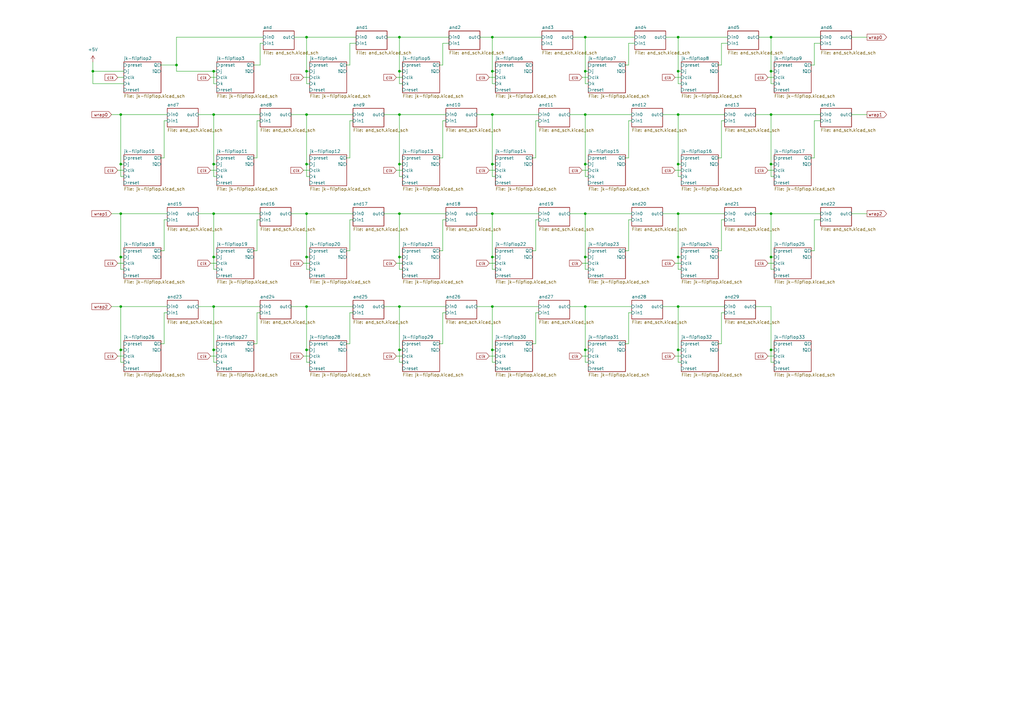
<source format=kicad_sch>
(kicad_sch (version 20231120) (generator "eeschema") (generator_version "8.0")
  (paper "A3")
  (lib_symbols
    (symbol "power:+5V" (power) (pin_names (offset 0))
      (property "Value" "+5V" (at 0 3.556 0))
      (symbol "+5V_0_1"
        (polyline (pts (xy -0.762 1.27) (xy 0 2.54)))
        (polyline (pts (xy 0 0) (xy 0 2.54)))
        (polyline (pts (xy 0 2.54) (xy 0.762 1.27)))
      )
      (symbol "+5V_1_1"
        (pin power_in line (at 0 0 90) (length 0) hide (name "+5V") (number "1"))
      )
    )
  )
  (junction (at 49.53 67.31))
  (junction (at 125.73 105.41))
  (junction (at 163.83 125.73))
  (junction (at 316.23 105.41))
  (junction (at 240.03 105.41))
  (junction (at 163.83 29.21))
  (junction (at 316.23 15.24))
  (junction (at 201.93 105.41))
  (junction (at 278.13 125.73))
  (junction (at 49.53 87.63))
  (junction (at 125.73 15.24))
  (junction (at 240.03 29.21))
  (junction (at 49.53 125.73))
  (junction (at 87.63 46.99))
  (junction (at 38.1 29.21))
  (junction (at 240.03 125.73))
  (junction (at 278.13 87.63))
  (junction (at 316.23 46.99))
  (junction (at 278.13 143.51))
  (junction (at 240.03 87.63))
  (junction (at 278.13 105.41))
  (junction (at 278.13 29.21))
  (junction (at 316.23 87.63))
  (junction (at 201.93 15.24))
  (junction (at 201.93 29.21))
  (junction (at 316.23 67.31))
  (junction (at 125.73 67.31))
  (junction (at 201.93 67.31))
  (junction (at 87.63 67.31))
  (junction (at 240.03 15.24))
  (junction (at 125.73 143.51))
  (junction (at 87.63 29.21))
  (junction (at 163.83 143.51))
  (junction (at 240.03 46.99))
  (junction (at 72.39 26.67))
  (junction (at 201.93 87.63))
  (junction (at 87.63 105.41))
  (junction (at 125.73 46.99))
  (junction (at 125.73 87.63))
  (junction (at 125.73 29.21))
  (junction (at 163.83 46.99))
  (junction (at 87.63 125.73))
  (junction (at 201.93 125.73))
  (junction (at 163.83 67.31))
  (junction (at 49.53 46.99))
  (junction (at 49.53 143.51))
  (junction (at 240.03 143.51))
  (junction (at 278.13 46.99))
  (junction (at 278.13 15.24))
  (junction (at 201.93 143.51))
  (junction (at 316.23 143.51))
  (junction (at 87.63 143.51))
  (junction (at 316.23 29.21))
  (junction (at 49.53 105.41))
  (junction (at 125.73 125.73))
  (junction (at 163.83 15.24))
  (junction (at 163.83 105.41))
  (junction (at 278.13 67.31))
  (junction (at 240.03 67.31))
  (junction (at 87.63 87.63))
  (junction (at 163.83 87.63))
  (junction (at 201.93 46.99))
  (wire (pts (xy 106.68 17.78) (xy 107.95 17.78)))
  (wire (pts (xy 105.41 90.17) (xy 105.41 102.87)))
  (wire (pts (xy 157.48 87.63) (xy 163.83 87.63)))
  (wire (pts (xy 182.88 90.17) (xy 181.61 90.17)))
  (wire (pts (xy 219.71 102.87) (xy 218.44 102.87)))
  (wire (pts (xy 294.64 64.77) (xy 295.91 64.77)))
  (wire (pts (xy 309.88 46.99) (xy 316.23 46.99)))
  (wire (pts (xy 180.34 64.77) (xy 181.61 64.77)))
  (wire (pts (xy 87.63 67.31) (xy 88.9 67.31)))
  (wire (pts (xy 240.03 143.51) (xy 241.3 143.51)))
  (wire (pts (xy 48.26 146.05) (xy 50.8 146.05)))
  (wire (pts (xy 87.63 46.99) (xy 106.68 46.99)))
  (wire (pts (xy 81.28 87.63) (xy 87.63 87.63)))
  (wire (pts (xy 334.01 64.77) (xy 334.01 49.53)))
  (wire (pts (xy 143.51 128.27) (xy 143.51 140.97)))
  (wire (pts (xy 297.18 90.17) (xy 295.91 90.17)))
  (wire (pts (xy 349.25 46.99) (xy 355.6 46.99)))
  (wire (pts (xy 105.41 49.53) (xy 106.68 49.53)))
  (wire (pts (xy 314.96 69.85) (xy 317.5 69.85)))
  (wire (pts (xy 125.73 105.41) (xy 125.73 87.63)))
  (wire (pts (xy 105.41 64.77) (xy 105.41 49.53)))
  (wire (pts (xy 165.1 34.29) (xy 163.83 34.29)))
  (wire (pts (xy 201.93 105.41) (xy 203.2 105.41)))
  (wire (pts (xy 119.38 46.99) (xy 125.73 46.99)))
  (wire (pts (xy 336.55 17.78) (xy 334.01 17.78)))
  (wire (pts (xy 163.83 110.49) (xy 163.83 105.41)))
  (wire (pts (xy 87.63 72.39) (xy 87.63 67.31)))
  (wire (pts (xy 163.83 29.21) (xy 165.1 29.21)))
  (wire (pts (xy 201.93 29.21) (xy 203.2 29.21)))
  (wire (pts (xy 125.73 110.49) (xy 125.73 105.41)))
  (wire (pts (xy 49.53 87.63) (xy 68.58 87.63)))
  (wire (pts (xy 181.61 17.78) (xy 184.15 17.78)))
  (wire (pts (xy 257.81 64.77) (xy 257.81 49.53)))
  (wire (pts (xy 201.93 143.51) (xy 203.2 143.51)))
  (wire (pts (xy 195.58 46.99) (xy 201.93 46.99)))
  (wire (pts (xy 314.96 31.75) (xy 317.5 31.75)))
  (wire (pts (xy 87.63 125.73) (xy 106.68 125.73)))
  (wire (pts (xy 181.61 128.27) (xy 181.61 140.97)))
  (wire (pts (xy 219.71 128.27) (xy 219.71 140.97)))
  (wire (pts (xy 233.68 125.73) (xy 240.03 125.73)))
  (wire (pts (xy 240.03 15.24) (xy 260.35 15.24)))
  (wire (pts (xy 279.4 34.29) (xy 278.13 34.29)))
  (wire (pts (xy 257.81 49.53) (xy 259.08 49.53)))
  (wire (pts (xy 163.83 34.29) (xy 163.83 29.21)))
  (wire (pts (xy 104.14 64.77) (xy 105.41 64.77)))
  (wire (pts (xy 240.03 143.51) (xy 240.03 125.73)))
  (wire (pts (xy 86.36 31.75) (xy 88.9 31.75)))
  (wire (pts (xy 87.63 87.63) (xy 106.68 87.63)))
  (wire (pts (xy 336.55 90.17) (xy 334.01 90.17)))
  (wire (pts (xy 314.96 146.05) (xy 317.5 146.05)))
  (wire (pts (xy 240.03 110.49) (xy 240.03 105.41)))
  (wire (pts (xy 203.2 148.59) (xy 201.93 148.59)))
  (wire (pts (xy 295.91 17.78) (xy 295.91 26.67)))
  (wire (pts (xy 295.91 26.67) (xy 294.64 26.67)))
  (wire (pts (xy 49.53 148.59) (xy 49.53 143.51)))
  (wire (pts (xy 295.91 49.53) (xy 297.18 49.53)))
  (wire (pts (xy 220.98 90.17) (xy 219.71 90.17)))
  (wire (pts (xy 276.86 146.05) (xy 279.4 146.05)))
  (wire (pts (xy 278.13 67.31) (xy 278.13 46.99)))
  (wire (pts (xy 240.03 72.39) (xy 241.3 72.39)))
  (wire (pts (xy 316.23 34.29) (xy 316.23 29.21)))
  (wire (pts (xy 256.54 26.67) (xy 257.81 26.67)))
  (wire (pts (xy 163.83 15.24) (xy 163.83 29.21)))
  (wire (pts (xy 240.03 125.73) (xy 259.08 125.73)))
  (wire (pts (xy 49.53 105.41) (xy 49.53 87.63)))
  (wire (pts (xy 317.5 148.59) (xy 316.23 148.59)))
  (wire (pts (xy 106.68 26.67) (xy 106.68 17.78)))
  (wire (pts (xy 163.83 125.73) (xy 163.83 143.51)))
  (wire (pts (xy 334.01 26.67) (xy 332.74 26.67)))
  (wire (pts (xy 279.4 148.59) (xy 278.13 148.59)))
  (wire (pts (xy 86.36 146.05) (xy 88.9 146.05)))
  (wire (pts (xy 125.73 29.21) (xy 125.73 15.24)))
  (wire (pts (xy 278.13 46.99) (xy 297.18 46.99)))
  (wire (pts (xy 87.63 29.21) (xy 88.9 29.21)))
  (wire (pts (xy 143.51 102.87) (xy 143.51 90.17)))
  (wire (pts (xy 316.23 15.24) (xy 316.23 29.21)))
  (wire (pts (xy 162.56 146.05) (xy 165.1 146.05)))
  (wire (pts (xy 127 110.49) (xy 125.73 110.49)))
  (wire (pts (xy 278.13 105.41) (xy 279.4 105.41)))
  (wire (pts (xy 273.05 15.24) (xy 278.13 15.24)))
  (wire (pts (xy 125.73 143.51) (xy 127 143.51)))
  (wire (pts (xy 200.66 107.95) (xy 203.2 107.95)))
  (wire (pts (xy 195.58 125.73) (xy 201.93 125.73)))
  (wire (pts (xy 72.39 29.21) (xy 72.39 26.67)))
  (wire (pts (xy 124.46 146.05) (xy 127 146.05)))
  (wire (pts (xy 295.91 90.17) (xy 295.91 102.87)))
  (wire (pts (xy 66.04 64.77) (xy 67.31 64.77)))
  (wire (pts (xy 163.83 15.24) (xy 184.15 15.24)))
  (wire (pts (xy 50.8 110.49) (xy 49.53 110.49)))
  (wire (pts (xy 219.71 140.97) (xy 218.44 140.97)))
  (wire (pts (xy 125.73 87.63) (xy 144.78 87.63)))
  (wire (pts (xy 67.31 128.27) (xy 67.31 140.97)))
  (wire (pts (xy 278.13 15.24) (xy 298.45 15.24)))
  (wire (pts (xy 195.58 87.63) (xy 201.93 87.63)))
  (wire (pts (xy 157.48 46.99) (xy 163.83 46.99)))
  (wire (pts (xy 165.1 72.39) (xy 163.83 72.39)))
  (wire (pts (xy 181.61 49.53) (xy 182.88 49.53)))
  (wire (pts (xy 295.91 102.87) (xy 294.64 102.87)))
  (wire (pts (xy 86.36 69.85) (xy 88.9 69.85)))
  (wire (pts (xy 278.13 34.29) (xy 278.13 29.21)))
  (wire (pts (xy 49.53 125.73) (xy 49.53 143.51)))
  (wire (pts (xy 297.18 128.27) (xy 295.91 128.27)))
  (wire (pts (xy 203.2 72.39) (xy 201.93 72.39)))
  (wire (pts (xy 81.28 125.73) (xy 87.63 125.73)))
  (wire (pts (xy 163.83 87.63) (xy 163.83 105.41)))
  (wire (pts (xy 125.73 125.73) (xy 125.73 143.51)))
  (wire (pts (xy 279.4 110.49) (xy 278.13 110.49)))
  (wire (pts (xy 271.78 87.63) (xy 278.13 87.63)))
  (wire (pts (xy 276.86 31.75) (xy 279.4 31.75)))
  (wire (pts (xy 240.03 148.59) (xy 240.03 143.51)))
  (wire (pts (xy 271.78 46.99) (xy 278.13 46.99)))
  (wire (pts (xy 278.13 143.51) (xy 279.4 143.51)))
  (wire (pts (xy 50.8 148.59) (xy 49.53 148.59)))
  (wire (pts (xy 162.56 31.75) (xy 165.1 31.75)))
  (wire (pts (xy 105.41 128.27) (xy 106.68 128.27)))
  (wire (pts (xy 157.48 125.73) (xy 163.83 125.73)))
  (wire (pts (xy 143.51 26.67) (xy 143.51 17.78)))
  (wire (pts (xy 165.1 110.49) (xy 163.83 110.49)))
  (wire (pts (xy 66.04 26.67) (xy 72.39 26.67)))
  (wire (pts (xy 48.26 69.85) (xy 50.8 69.85)))
  (wire (pts (xy 144.78 128.27) (xy 143.51 128.27)))
  (wire (pts (xy 316.23 148.59) (xy 316.23 143.51)))
  (wire (pts (xy 279.4 72.39) (xy 278.13 72.39)))
  (wire (pts (xy 201.93 105.41) (xy 201.93 87.63)))
  (wire (pts (xy 257.81 140.97) (xy 256.54 140.97)))
  (wire (pts (xy 278.13 29.21) (xy 279.4 29.21)))
  (wire (pts (xy 241.3 67.31) (xy 240.03 67.31)))
  (wire (pts (xy 259.08 90.17) (xy 257.81 90.17)))
  (wire (pts (xy 349.25 87.63) (xy 355.6 87.63)))
  (wire (pts (xy 163.83 67.31) (xy 165.1 67.31)))
  (wire (pts (xy 334.01 17.78) (xy 334.01 26.67)))
  (wire (pts (xy 67.31 90.17) (xy 67.31 102.87)))
  (wire (pts (xy 38.1 34.29) (xy 38.1 29.21)))
  (wire (pts (xy 158.75 15.24) (xy 163.83 15.24)))
  (wire (pts (xy 125.73 15.24) (xy 120.65 15.24)))
  (wire (pts (xy 257.81 128.27) (xy 257.81 140.97)))
  (wire (pts (xy 316.23 87.63) (xy 336.55 87.63)))
  (wire (pts (xy 240.03 46.99) (xy 240.03 67.31)))
  (wire (pts (xy 316.23 72.39) (xy 316.23 67.31)))
  (wire (pts (xy 49.53 125.73) (xy 68.58 125.73)))
  (wire (pts (xy 314.96 107.95) (xy 317.5 107.95)))
  (wire (pts (xy 163.83 143.51) (xy 163.83 148.59)))
  (wire (pts (xy 200.66 146.05) (xy 203.2 146.05)))
  (wire (pts (xy 49.53 67.31) (xy 50.8 67.31)))
  (wire (pts (xy 278.13 110.49) (xy 278.13 105.41)))
  (wire (pts (xy 87.63 110.49) (xy 87.63 105.41)))
  (wire (pts (xy 125.73 15.24) (xy 146.05 15.24)))
  (wire (pts (xy 45.72 125.73) (xy 49.53 125.73)))
  (wire (pts (xy 162.56 69.85) (xy 165.1 69.85)))
  (wire (pts (xy 72.39 26.67) (xy 72.39 15.24)))
  (wire (pts (xy 309.88 87.63) (xy 316.23 87.63)))
  (wire (pts (xy 87.63 143.51) (xy 88.9 143.51)))
  (wire (pts (xy 201.93 15.24) (xy 222.25 15.24)))
  (wire (pts (xy 127 34.29) (xy 125.73 34.29)))
  (wire (pts (xy 38.1 29.21) (xy 50.8 29.21)))
  (wire (pts (xy 142.24 64.77) (xy 143.51 64.77)))
  (wire (pts (xy 240.03 87.63) (xy 259.08 87.63)))
  (wire (pts (xy 48.26 31.75) (xy 50.8 31.75)))
  (wire (pts (xy 241.3 110.49) (xy 240.03 110.49)))
  (wire (pts (xy 67.31 102.87) (xy 66.04 102.87)))
  (wire (pts (xy 125.73 125.73) (xy 144.78 125.73)))
  (wire (pts (xy 298.45 17.78) (xy 295.91 17.78)))
  (wire (pts (xy 196.85 15.24) (xy 201.93 15.24)))
  (wire (pts (xy 106.68 90.17) (xy 105.41 90.17)))
  (wire (pts (xy 163.83 143.51) (xy 165.1 143.51)))
  (wire (pts (xy 276.86 69.85) (xy 279.4 69.85)))
  (wire (pts (xy 240.03 34.29) (xy 240.03 29.21)))
  (wire (pts (xy 201.93 148.59) (xy 201.93 143.51)))
  (wire (pts (xy 87.63 125.73) (xy 87.63 143.51)))
  (wire (pts (xy 201.93 125.73) (xy 220.98 125.73)))
  (wire (pts (xy 201.93 125.73) (xy 201.93 143.51)))
  (wire (pts (xy 165.1 148.59) (xy 163.83 148.59)))
  (wire (pts (xy 143.51 140.97) (xy 142.24 140.97)))
  (wire (pts (xy 142.24 102.87) (xy 143.51 102.87)))
  (wire (pts (xy 278.13 148.59) (xy 278.13 143.51)))
  (wire (pts (xy 45.72 46.99) (xy 49.53 46.99)))
  (wire (pts (xy 125.73 72.39) (xy 125.73 67.31)))
  (wire (pts (xy 278.13 87.63) (xy 297.18 87.63)))
  (wire (pts (xy 143.51 64.77) (xy 143.51 49.53)))
  (wire (pts (xy 49.53 46.99) (xy 68.58 46.99)))
  (wire (pts (xy 81.28 46.99) (xy 87.63 46.99)))
  (wire (pts (xy 240.03 87.63) (xy 240.03 105.41)))
  (wire (pts (xy 316.23 143.51) (xy 317.5 143.51)))
  (wire (pts (xy 317.5 110.49) (xy 316.23 110.49)))
  (wire (pts (xy 125.73 148.59) (xy 125.73 143.51)))
  (wire (pts (xy 104.14 140.97) (xy 105.41 140.97)))
  (wire (pts (xy 219.71 49.53) (xy 220.98 49.53)))
  (wire (pts (xy 143.51 90.17) (xy 144.78 90.17)))
  (wire (pts (xy 201.93 67.31) (xy 203.2 67.31)))
  (wire (pts (xy 278.13 72.39) (xy 278.13 67.31)))
  (wire (pts (xy 127 148.59) (xy 125.73 148.59)))
  (wire (pts (xy 295.91 128.27) (xy 295.91 140.97)))
  (wire (pts (xy 163.83 72.39) (xy 163.83 67.31)))
  (wire (pts (xy 163.83 46.99) (xy 182.88 46.99)))
  (wire (pts (xy 87.63 87.63) (xy 87.63 105.41)))
  (wire (pts (xy 38.1 29.21) (xy 38.1 25.4)))
  (wire (pts (xy 238.76 31.75) (xy 241.3 31.75)))
  (wire (pts (xy 316.23 29.21) (xy 317.5 29.21)))
  (wire (pts (xy 124.46 31.75) (xy 127 31.75)))
  (wire (pts (xy 334.01 102.87) (xy 332.74 102.87)))
  (wire (pts (xy 349.25 15.24) (xy 355.6 15.24)))
  (wire (pts (xy 240.03 67.31) (xy 240.03 72.39)))
  (wire (pts (xy 219.71 64.77) (xy 219.71 49.53)))
  (wire (pts (xy 234.95 15.24) (xy 240.03 15.24)))
  (wire (pts (xy 127 72.39) (xy 125.73 72.39)))
  (wire (pts (xy 316.23 105.41) (xy 316.23 87.63)))
  (wire (pts (xy 240.03 15.24) (xy 240.03 29.21)))
  (wire (pts (xy 87.63 46.99) (xy 87.63 67.31)))
  (wire (pts (xy 311.15 15.24) (xy 316.23 15.24)))
  (wire (pts (xy 278.13 105.41) (xy 278.13 87.63)))
  (wire (pts (xy 200.66 31.75) (xy 203.2 31.75)))
  (wire (pts (xy 163.83 125.73) (xy 182.88 125.73)))
  (wire (pts (xy 49.53 67.31) (xy 49.53 46.99)))
  (wire (pts (xy 67.31 128.27) (xy 68.58 128.27)))
  (wire (pts (xy 203.2 34.29) (xy 201.93 34.29)))
  (wire (pts (xy 124.46 69.85) (xy 127 69.85)))
  (wire (pts (xy 233.68 46.99) (xy 240.03 46.99)))
  (wire (pts (xy 316.23 15.24) (xy 336.55 15.24)))
  (wire (pts (xy 125.73 34.29) (xy 125.73 29.21)))
  (wire (pts (xy 88.9 110.49) (xy 87.63 110.49)))
  (wire (pts (xy 72.39 15.24) (xy 107.95 15.24)))
  (wire (pts (xy 163.83 105.41) (xy 165.1 105.41)))
  (wire (pts (xy 49.53 72.39) (xy 49.53 67.31)))
  (wire (pts (xy 182.88 128.27) (xy 181.61 128.27)))
  (wire (pts (xy 87.63 29.21) (xy 72.39 29.21)))
  (wire (pts (xy 276.86 107.95) (xy 279.4 107.95)))
  (wire (pts (xy 219.71 90.17) (xy 219.71 102.87)))
  (wire (pts (xy 49.53 105.41) (xy 50.8 105.41)))
  (wire (pts (xy 124.46 107.95) (xy 127 107.95)))
  (wire (pts (xy 316.23 67.31) (xy 316.23 46.99)))
  (wire (pts (xy 67.31 64.77) (xy 67.31 49.53)))
  (wire (pts (xy 105.41 140.97) (xy 105.41 128.27)))
  (wire (pts (xy 66.04 140.97) (xy 67.31 140.97)))
  (wire (pts (xy 87.63 34.29) (xy 87.63 29.21)))
  (wire (pts (xy 104.14 26.67) (xy 106.68 26.67)))
  (wire (pts (xy 238.76 69.85) (xy 241.3 69.85)))
  (wire (pts (xy 201.93 110.49) (xy 201.93 105.41)))
  (wire (pts (xy 88.9 34.29) (xy 87.63 34.29)))
  (wire (pts (xy 125.73 105.41) (xy 127 105.41)))
  (wire (pts (xy 332.74 64.77) (xy 334.01 64.77)))
  (wire (pts (xy 201.93 67.31) (xy 201.93 46.99)))
  (wire (pts (xy 119.38 125.73) (xy 125.73 125.73)))
  (wire (pts (xy 201.93 72.39) (xy 201.93 67.31)))
  (wire (pts (xy 316.23 110.49) (xy 316.23 105.41)))
  (wire (pts (xy 334.01 90.17) (xy 334.01 102.87)))
  (wire (pts (xy 87.63 148.59) (xy 87.63 143.51)))
  (wire (pts (xy 88.9 72.39) (xy 87.63 72.39)))
  (wire (pts (xy 317.5 34.29) (xy 316.23 34.29)))
  (wire (pts (xy 48.26 107.95) (xy 50.8 107.95)))
  (wire (pts (xy 233.68 87.63) (xy 240.03 87.63)))
  (wire (pts (xy 88.9 148.59) (xy 87.63 148.59)))
  (wire (pts (xy 200.66 69.85) (xy 203.2 69.85)))
  (wire (pts (xy 180.34 26.67) (xy 181.61 26.67)))
  (wire (pts (xy 201.93 87.63) (xy 220.98 87.63)))
  (wire (pts (xy 181.61 64.77) (xy 181.61 49.53)))
  (wire (pts (xy 316.23 67.31) (xy 317.5 67.31)))
  (wire (pts (xy 142.24 26.67) (xy 143.51 26.67)))
  (wire (pts (xy 241.3 34.29) (xy 240.03 34.29)))
  (wire (pts (xy 295.91 64.77) (xy 295.91 49.53)))
  (wire (pts (xy 162.56 107.95) (xy 165.1 107.95)))
  (wire (pts (xy 271.78 125.73) (xy 278.13 125.73)))
  (wire (pts (xy 317.5 72.39) (xy 316.23 72.39)))
  (wire (pts (xy 257.81 90.17) (xy 257.81 102.87)))
  (wire (pts (xy 67.31 49.53) (xy 68.58 49.53)))
  (wire (pts (xy 181.61 140.97) (xy 180.34 140.97)))
  (wire (pts (xy 125.73 29.21) (xy 127 29.21)))
  (wire (pts (xy 201.93 34.29) (xy 201.93 29.21)))
  (wire (pts (xy 316.23 125.73) (xy 309.88 125.73)))
  (wire (pts (xy 257.81 17.78) (xy 260.35 17.78)))
  (wire (pts (xy 67.31 90.17) (xy 68.58 90.17)))
  (wire (pts (xy 105.41 102.87) (xy 104.14 102.87)))
  (wire (pts (xy 181.61 90.17) (xy 181.61 102.87)))
  (wire (pts (xy 163.83 87.63) (xy 182.88 87.63)))
  (wire (pts (xy 334.01 49.53) (xy 336.55 49.53)))
  (wire (pts (xy 257.81 26.67) (xy 257.81 17.78)))
  (wire (pts (xy 143.51 49.53) (xy 144.78 49.53)))
  (wire (pts (xy 316.23 46.99) (xy 336.55 46.99)))
  (wire (pts (xy 241.3 148.59) (xy 240.03 148.59)))
  (wire (pts (xy 125.73 46.99) (xy 144.78 46.99)))
  (wire (pts (xy 240.03 105.41) (xy 241.3 105.41)))
  (wire (pts (xy 240.03 29.21) (xy 241.3 29.21)))
  (wire (pts (xy 203.2 110.49) (xy 201.93 110.49)))
  (wire (pts (xy 278.13 29.21) (xy 278.13 15.24)))
  (wire (pts (xy 119.38 87.63) (xy 125.73 87.63)))
  (wire (pts (xy 278.13 67.31) (xy 279.4 67.31)))
  (wire (pts (xy 125.73 67.31) (xy 127 67.31)))
  (wire (pts (xy 259.08 128.27) (xy 257.81 128.27)))
  (wire (pts (xy 87.63 105.41) (xy 88.9 105.41)))
  (wire (pts (xy 256.54 64.77) (xy 257.81 64.77)))
  (wire (pts (xy 220.98 128.27) (xy 219.71 128.27)))
  (wire (pts (xy 125.73 46.99) (xy 125.73 67.31)))
  (wire (pts (xy 181.61 26.67) (xy 181.61 17.78)))
  (wire (pts (xy 295.91 140.97) (xy 294.64 140.97)))
  (wire (pts (xy 240.03 46.99) (xy 259.08 46.99)))
  (wire (pts (xy 238.76 146.05) (xy 241.3 146.05)))
  (wire (pts (xy 316.23 105.41) (xy 317.5 105.41)))
  (wire (pts (xy 143.51 17.78) (xy 146.05 17.78)))
  (wire (pts (xy 278.13 125.73) (xy 297.18 125.73)))
  (wire (pts (xy 49.53 143.51) (xy 50.8 143.51)))
  (wire (pts (xy 238.76 107.95) (xy 241.3 107.95)))
  (wire (pts (xy 181.61 102.87) (xy 180.34 102.87)))
  (wire (pts (xy 86.36 107.95) (xy 88.9 107.95)))
  (wire (pts (xy 316.23 143.51) (xy 316.23 125.73)))
  (wire (pts (xy 45.72 87.63) (xy 49.53 87.63)))
  (wire (pts (xy 201.93 46.99) (xy 220.98 46.99)))
  (wire (pts (xy 278.13 143.51) (xy 278.13 125.73)))
  (wire (pts (xy 218.44 64.77) (xy 219.71 64.77)))
  (wire (pts (xy 257.81 102.87) (xy 256.54 102.87)))
  (wire (pts (xy 163.83 46.99) (xy 163.83 67.31)))
  (wire (pts (xy 50.8 34.29) (xy 38.1 34.29)))
  (wire (pts (xy 50.8 72.39) (xy 49.53 72.39)))
  (wire (pts (xy 49.53 110.49) (xy 49.53 105.41)))
  (wire (pts (xy 201.93 15.24) (xy 201.93 29.21)))
  (global_label "clk" (shape input) (at 124.46 146.05 180) (property "Intersheetrefs" "${INTERSHEET_REFS}" (effects (hide yes))))
  (global_label "clk" (shape input) (at 86.36 31.75 180) (property "Intersheetrefs" "${INTERSHEET_REFS}" (effects (hide yes))))
  (global_label "clk" (shape input) (at 200.66 31.75 180) (property "Intersheetrefs" "${INTERSHEET_REFS}" (effects (hide yes))))
  (global_label "clk" (shape input) (at 124.46 107.95 180) (property "Intersheetrefs" "${INTERSHEET_REFS}" (effects (hide yes))))
  (global_label "clk" (shape input) (at 314.96 107.95 180) (property "Intersheetrefs" "${INTERSHEET_REFS}" (effects (hide yes))))
  (global_label "clk" (shape input) (at 238.76 146.05 180) (property "Intersheetrefs" "${INTERSHEET_REFS}" (effects (hide yes))))
  (global_label "clk" (shape input) (at 200.66 107.95 180) (property "Intersheetrefs" "${INTERSHEET_REFS}" (effects (hide yes))))
  (global_label "clk" (shape input) (at 276.86 31.75 180) (property "Intersheetrefs" "${INTERSHEET_REFS}" (effects (hide yes))))
  (global_label "clk" (shape input) (at 48.26 69.85 180) (property "Intersheetrefs" "${INTERSHEET_REFS}" (effects (hide yes))))
  (global_label "clk" (shape input) (at 124.46 69.85 180) (property "Intersheetrefs" "${INTERSHEET_REFS}" (effects (hide yes))))
  (global_label "clk" (shape input) (at 314.96 31.75 180) (property "Intersheetrefs" "${INTERSHEET_REFS}" (effects (hide yes))))
  (global_label "clk" (shape input) (at 86.36 69.85 180) (property "Intersheetrefs" "${INTERSHEET_REFS}" (effects (hide yes))))
  (global_label "clk" (shape input) (at 238.76 107.95 180) (property "Intersheetrefs" "${INTERSHEET_REFS}" (effects (hide yes))))
  (global_label "clk" (shape input) (at 48.26 31.75 180) (property "Intersheetrefs" "${INTERSHEET_REFS}" (effects (hide yes))))
  (global_label "clk" (shape input) (at 238.76 69.85 180) (property "Intersheetrefs" "${INTERSHEET_REFS}" (effects (hide yes))))
  (global_label "wrap1" (shape output) (at 355.6 46.99 0) (property "Intersheetrefs" "${INTERSHEET_REFS}" (effects (hide yes))))
  (global_label "wrap2" (shape input) (at 45.72 125.73 180) (property "Intersheetrefs" "${INTERSHEET_REFS}" (effects (hide yes))))
  (global_label "clk" (shape input) (at 162.56 146.05 180) (property "Intersheetrefs" "${INTERSHEET_REFS}" (effects (hide yes))))
  (global_label "clk" (shape input) (at 162.56 107.95 180) (property "Intersheetrefs" "${INTERSHEET_REFS}" (effects (hide yes))))
  (global_label "clk" (shape input) (at 86.36 107.95 180) (property "Intersheetrefs" "${INTERSHEET_REFS}" (effects (hide yes))))
  (global_label "clk" (shape input) (at 48.26 107.95 180) (property "Intersheetrefs" "${INTERSHEET_REFS}" (effects (hide yes))))
  (global_label "clk" (shape input) (at 48.26 146.05 180) (property "Intersheetrefs" "${INTERSHEET_REFS}" (effects (hide yes))))
  (global_label "wrap0" (shape input) (at 45.72 46.99 180) (property "Intersheetrefs" "${INTERSHEET_REFS}" (effects (hide yes))))
  (global_label "clk" (shape input) (at 124.46 31.75 180) (property "Intersheetrefs" "${INTERSHEET_REFS}" (effects (hide yes))))
  (global_label "clk" (shape input) (at 162.56 31.75 180) (property "Intersheetrefs" "${INTERSHEET_REFS}" (effects (hide yes))))
  (global_label "clk" (shape input) (at 314.96 146.05 180) (property "Intersheetrefs" "${INTERSHEET_REFS}" (effects (hide yes))))
  (global_label "clk" (shape input) (at 276.86 107.95 180) (property "Intersheetrefs" "${INTERSHEET_REFS}" (effects (hide yes))))
  (global_label "clk" (shape input) (at 86.36 146.05 180) (property "Intersheetrefs" "${INTERSHEET_REFS}" (effects (hide yes))))
  (global_label "wrap0" (shape output) (at 355.6 15.24 0) (property "Intersheetrefs" "${INTERSHEET_REFS}" (effects (hide yes))))
  (global_label "clk" (shape input) (at 238.76 31.75 180) (property "Intersheetrefs" "${INTERSHEET_REFS}" (effects (hide yes))))
  (global_label "wrap2" (shape output) (at 355.6 87.63 0) (property "Intersheetrefs" "${INTERSHEET_REFS}" (effects (hide yes))))
  (global_label "clk" (shape input) (at 162.56 69.85 180) (property "Intersheetrefs" "${INTERSHEET_REFS}" (effects (hide yes))))
  (global_label "clk" (shape input) (at 276.86 146.05 180) (property "Intersheetrefs" "${INTERSHEET_REFS}" (effects (hide yes))))
  (global_label "clk" (shape input) (at 200.66 146.05 180) (property "Intersheetrefs" "${INTERSHEET_REFS}" (effects (hide yes))))
  (global_label "clk" (shape input) (at 200.66 69.85 180) (property "Intersheetrefs" "${INTERSHEET_REFS}" (effects (hide yes))))
  (global_label "clk" (shape input) (at 314.96 69.85 180) (property "Intersheetrefs" "${INTERSHEET_REFS}" (effects (hide yes))))
  (global_label "clk" (shape input) (at 276.86 69.85 180) (property "Intersheetrefs" "${INTERSHEET_REFS}" (effects (hide yes))))
  (global_label "wrap1" (shape input) (at 45.72 87.63 180) (property "Intersheetrefs" "${INTERSHEET_REFS}" (effects (hide yes))))
  (symbol (lib_id "power:+5V") (at 38.1 25.4 0) (unit 1)
    (property "Reference" "#PWR01" (effects (hide yes)))
    (property "Value" "+5V" (at 38.1 20.32 0))
    (property "Description" "Power symbol creates a global label with name \"+5V\"" (effects (hide yes)))
  )
  (sheet (at 317.5 25.4) (size 15.24 12.7) (stroke (width 0.1524))
    (property "Sheetname" "jk-flipflop9" (at 317.5 24.6884 0) (effects (justify left bottom)))
    (property "Sheetfile" "jk-flipflop.kicad_sch" (at 317.5 38.6846 0) (effects (justify left top)))
    (pin "!Q" output (at 332.74 29.21 0))
    (pin "Q" output (at 332.74 26.67 0))
    (pin "k" input (at 317.5 34.29 180))
    (pin "reset" input (at 317.5 36.83 180))
    (pin "clk" input (at 317.5 31.75 180))
    (pin "j" input (at 317.5 29.21 180))
    (pin "preset" input (at 317.5 26.67 180))
  )
  (sheet (at 50.8 101.6) (size 15.24 12.7) (stroke (width 0.1524))
    (property "Sheetname" "jk-flipflop18" (at 50.8 100.8884 0) (effects (justify left bottom)))
    (property "Sheetfile" "jk-flipflop.kicad_sch" (at 50.8 114.8846 0) (effects (justify left top)))
    (pin "!Q" output (at 66.04 105.41 0))
    (pin "Q" output (at 66.04 102.87 0))
    (pin "k" input (at 50.8 110.49 180))
    (pin "reset" input (at 50.8 113.03 180))
    (pin "clk" input (at 50.8 107.95 180))
    (pin "j" input (at 50.8 105.41 180))
    (pin "preset" input (at 50.8 102.87 180))
  )
  (sheet (at 184.15 12.7) (size 12.7 7.62) (stroke (width 0.1524))
    (property "Sheetname" "and2" (at 184.15 11.9884 0) (effects (justify left bottom)))
    (property "Sheetfile" "and_sch.kicad_sch" (at 184.15 20.9046 0) (effects (justify left top)))
    (pin "out" input (at 196.85 15.24 0))
    (pin "in0" input (at 184.15 15.24 180))
    (pin "in1" input (at 184.15 17.78 180))
  )
  (sheet (at 203.2 25.4) (size 15.24 12.7) (stroke (width 0.1524))
    (property "Sheetname" "jk-flipflop6" (at 203.2 24.6884 0) (effects (justify left bottom)))
    (property "Sheetfile" "jk-flipflop.kicad_sch" (at 203.2 38.6846 0) (effects (justify left top)))
    (pin "!Q" output (at 218.44 29.21 0))
    (pin "Q" output (at 218.44 26.67 0))
    (pin "k" input (at 203.2 34.29 180))
    (pin "reset" input (at 203.2 36.83 180))
    (pin "clk" input (at 203.2 31.75 180))
    (pin "j" input (at 203.2 29.21 180))
    (pin "preset" input (at 203.2 26.67 180))
  )
  (sheet (at 241.3 101.6) (size 15.24 12.7) (stroke (width 0.1524))
    (property "Sheetname" "jk-flipflop23" (at 241.3 100.8884 0) (effects (justify left bottom)))
    (property "Sheetfile" "jk-flipflop.kicad_sch" (at 241.3 114.8846 0) (effects (justify left top)))
    (pin "!Q" output (at 256.54 105.41 0))
    (pin "Q" output (at 256.54 102.87 0))
    (pin "k" input (at 241.3 110.49 180))
    (pin "reset" input (at 241.3 113.03 180))
    (pin "clk" input (at 241.3 107.95 180))
    (pin "j" input (at 241.3 105.41 180))
    (pin "preset" input (at 241.3 102.87 180))
  )
  (sheet (at 106.68 85.09) (size 12.7 7.62) (stroke (width 0.1524))
    (property "Sheetname" "and16" (at 106.68 84.3784 0) (effects (justify left bottom)))
    (property "Sheetfile" "and_sch.kicad_sch" (at 106.68 93.2946 0) (effects (justify left top)))
    (pin "out" input (at 119.38 87.63 0))
    (pin "in0" input (at 106.68 87.63 180))
    (pin "in1" input (at 106.68 90.17 180))
  )
  (sheet (at 279.4 25.4) (size 15.24 12.7) (stroke (width 0.1524))
    (property "Sheetname" "jk-flipflop8" (at 279.4 24.6884 0) (effects (justify left bottom)))
    (property "Sheetfile" "jk-flipflop.kicad_sch" (at 279.4 38.6846 0) (effects (justify left top)))
    (pin "!Q" output (at 294.64 29.21 0))
    (pin "Q" output (at 294.64 26.67 0))
    (pin "k" input (at 279.4 34.29 180))
    (pin "reset" input (at 279.4 36.83 180))
    (pin "clk" input (at 279.4 31.75 180))
    (pin "j" input (at 279.4 29.21 180))
    (pin "preset" input (at 279.4 26.67 180))
  )
  (sheet (at 297.18 85.09) (size 12.7 7.62) (stroke (width 0.1524))
    (property "Sheetname" "and21" (at 297.18 84.3784 0) (effects (justify left bottom)))
    (property "Sheetfile" "and_sch.kicad_sch" (at 297.18 93.2946 0) (effects (justify left top)))
    (pin "out" input (at 309.88 87.63 0))
    (pin "in0" input (at 297.18 87.63 180))
    (pin "in1" input (at 297.18 90.17 180))
  )
  (sheet (at 165.1 139.7) (size 15.24 12.7) (stroke (width 0.1524))
    (property "Sheetname" "jk-flipflop29" (at 165.1 138.9884 0) (effects (justify left bottom)))
    (property "Sheetfile" "jk-flipflop.kicad_sch" (at 165.1 152.9846 0) (effects (justify left top)))
    (pin "!Q" output (at 180.34 143.51 0))
    (pin "Q" output (at 180.34 140.97 0))
    (pin "k" input (at 165.1 148.59 180))
    (pin "reset" input (at 165.1 151.13 180))
    (pin "clk" input (at 165.1 146.05 180))
    (pin "j" input (at 165.1 143.51 180))
    (pin "preset" input (at 165.1 140.97 180))
  )
  (sheet (at 260.35 12.7) (size 12.7 7.62) (stroke (width 0.1524))
    (property "Sheetname" "and4" (at 260.35 11.9884 0) (effects (justify left bottom)))
    (property "Sheetfile" "and_sch.kicad_sch" (at 260.35 20.9046 0) (effects (justify left top)))
    (pin "out" input (at 273.05 15.24 0))
    (pin "in0" input (at 260.35 15.24 180))
    (pin "in1" input (at 260.35 17.78 180))
  )
  (sheet (at 88.9 139.7) (size 15.24 12.7) (stroke (width 0.1524))
    (property "Sheetname" "jk-flipflop27" (at 88.9 138.9884 0) (effects (justify left bottom)))
    (property "Sheetfile" "jk-flipflop.kicad_sch" (at 88.9 152.9846 0) (effects (justify left top)))
    (pin "!Q" output (at 104.14 143.51 0))
    (pin "Q" output (at 104.14 140.97 0))
    (pin "k" input (at 88.9 148.59 180))
    (pin "reset" input (at 88.9 151.13 180))
    (pin "clk" input (at 88.9 146.05 180))
    (pin "j" input (at 88.9 143.51 180))
    (pin "preset" input (at 88.9 140.97 180))
  )
  (sheet (at 317.5 63.5) (size 15.24 12.7) (stroke (width 0.1524))
    (property "Sheetname" "jk-flipflop17" (at 317.5 62.7884 0) (effects (justify left bottom)))
    (property "Sheetfile" "jk-flipflop.kicad_sch" (at 317.5 76.7846 0) (effects (justify left top)))
    (pin "!Q" output (at 332.74 67.31 0))
    (pin "Q" output (at 332.74 64.77 0))
    (pin "k" input (at 317.5 72.39 180))
    (pin "reset" input (at 317.5 74.93 180))
    (pin "clk" input (at 317.5 69.85 180))
    (pin "j" input (at 317.5 67.31 180))
    (pin "preset" input (at 317.5 64.77 180))
  )
  (sheet (at 144.78 44.45) (size 12.7 7.62) (stroke (width 0.1524))
    (property "Sheetname" "and9" (at 144.78 43.7384 0) (effects (justify left bottom)))
    (property "Sheetfile" "and_sch.kicad_sch" (at 144.78 52.6546 0) (effects (justify left top)))
    (pin "out" input (at 157.48 46.99 0))
    (pin "in0" input (at 144.78 46.99 180))
    (pin "in1" input (at 144.78 49.53 180))
  )
  (sheet (at 220.98 123.19) (size 12.7 7.62) (stroke (width 0.1524))
    (property "Sheetname" "and27" (at 220.98 122.4784 0) (effects (justify left bottom)))
    (property "Sheetfile" "and_sch.kicad_sch" (at 220.98 131.3946 0) (effects (justify left top)))
    (pin "out" input (at 233.68 125.73 0))
    (pin "in0" input (at 220.98 125.73 180))
    (pin "in1" input (at 220.98 128.27 180))
  )
  (sheet (at 259.08 85.09) (size 12.7 7.62) (stroke (width 0.1524))
    (property "Sheetname" "and20" (at 259.08 84.3784 0) (effects (justify left bottom)))
    (property "Sheetfile" "and_sch.kicad_sch" (at 259.08 93.2946 0) (effects (justify left top)))
    (pin "out" input (at 271.78 87.63 0))
    (pin "in0" input (at 259.08 87.63 180))
    (pin "in1" input (at 259.08 90.17 180))
  )
  (sheet (at 144.78 85.09) (size 12.7 7.62) (stroke (width 0.1524))
    (property "Sheetname" "and17" (at 144.78 84.3784 0) (effects (justify left bottom)))
    (property "Sheetfile" "and_sch.kicad_sch" (at 144.78 93.2946 0) (effects (justify left top)))
    (pin "out" input (at 157.48 87.63 0))
    (pin "in0" input (at 144.78 87.63 180))
    (pin "in1" input (at 144.78 90.17 180))
  )
  (sheet (at 203.2 139.7) (size 15.24 12.7) (stroke (width 0.1524))
    (property "Sheetname" "jk-flipflop30" (at 203.2 138.9884 0) (effects (justify left bottom)))
    (property "Sheetfile" "jk-flipflop.kicad_sch" (at 203.2 152.9846 0) (effects (justify left top)))
    (pin "!Q" output (at 218.44 143.51 0))
    (pin "Q" output (at 218.44 140.97 0))
    (pin "k" input (at 203.2 148.59 180))
    (pin "reset" input (at 203.2 151.13 180))
    (pin "clk" input (at 203.2 146.05 180))
    (pin "j" input (at 203.2 143.51 180))
    (pin "preset" input (at 203.2 140.97 180))
  )
  (sheet (at 127 63.5) (size 15.24 12.7) (stroke (width 0.1524))
    (property "Sheetname" "jk-flipflop12" (at 127 62.7884 0) (effects (justify left bottom)))
    (property "Sheetfile" "jk-flipflop.kicad_sch" (at 127 76.7846 0) (effects (justify left top)))
    (pin "!Q" output (at 142.24 67.31 0))
    (pin "Q" output (at 142.24 64.77 0))
    (pin "k" input (at 127 72.39 180))
    (pin "reset" input (at 127 74.93 180))
    (pin "clk" input (at 127 69.85 180))
    (pin "j" input (at 127 67.31 180))
    (pin "preset" input (at 127 64.77 180))
  )
  (sheet (at 317.5 139.7) (size 15.24 12.7) (stroke (width 0.1524))
    (property "Sheetname" "jk-flipflop33" (at 317.5 138.9884 0) (effects (justify left bottom)))
    (property "Sheetfile" "jk-flipflop.kicad_sch" (at 317.5 152.9846 0) (effects (justify left top)))
    (pin "!Q" output (at 332.74 143.51 0))
    (pin "Q" output (at 332.74 140.97 0))
    (pin "k" input (at 317.5 148.59 180))
    (pin "reset" input (at 317.5 151.13 180))
    (pin "clk" input (at 317.5 146.05 180))
    (pin "j" input (at 317.5 143.51 180))
    (pin "preset" input (at 317.5 140.97 180))
  )
  (sheet (at 336.55 12.7) (size 12.7 7.62) (stroke (width 0.1524))
    (property "Sheetname" "and6" (at 336.55 11.9884 0) (effects (justify left bottom)))
    (property "Sheetfile" "and_sch.kicad_sch" (at 336.55 20.9046 0) (effects (justify left top)))
    (pin "out" input (at 349.25 15.24 0))
    (pin "in0" input (at 336.55 15.24 180))
    (pin "in1" input (at 336.55 17.78 180))
  )
  (sheet (at 241.3 139.7) (size 15.24 12.7) (stroke (width 0.1524))
    (property "Sheetname" "jk-flipflop31" (at 241.3 138.9884 0) (effects (justify left bottom)))
    (property "Sheetfile" "jk-flipflop.kicad_sch" (at 241.3 152.9846 0) (effects (justify left top)))
    (pin "!Q" output (at 256.54 143.51 0))
    (pin "Q" output (at 256.54 140.97 0))
    (pin "k" input (at 241.3 148.59 180))
    (pin "reset" input (at 241.3 151.13 180))
    (pin "clk" input (at 241.3 146.05 180))
    (pin "j" input (at 241.3 143.51 180))
    (pin "preset" input (at 241.3 140.97 180))
  )
  (sheet (at 50.8 139.7) (size 15.24 12.7) (stroke (width 0.1524))
    (property "Sheetname" "jk-flipflop26" (at 50.8 138.9884 0) (effects (justify left bottom)))
    (property "Sheetfile" "jk-flipflop.kicad_sch" (at 50.8 152.9846 0) (effects (justify left top)))
    (pin "!Q" output (at 66.04 143.51 0))
    (pin "Q" output (at 66.04 140.97 0))
    (pin "k" input (at 50.8 148.59 180))
    (pin "reset" input (at 50.8 151.13 180))
    (pin "clk" input (at 50.8 146.05 180))
    (pin "j" input (at 50.8 143.51 180))
    (pin "preset" input (at 50.8 140.97 180))
  )
  (sheet (at 298.45 12.7) (size 12.7 7.62) (stroke (width 0.1524))
    (property "Sheetname" "and5" (at 298.45 11.9884 0) (effects (justify left bottom)))
    (property "Sheetfile" "and_sch.kicad_sch" (at 298.45 20.9046 0) (effects (justify left top)))
    (pin "out" input (at 311.15 15.24 0))
    (pin "in0" input (at 298.45 15.24 180))
    (pin "in1" input (at 298.45 17.78 180))
  )
  (sheet (at 317.5 101.6) (size 15.24 12.7) (stroke (width 0.1524))
    (property "Sheetname" "jk-flipflop25" (at 317.5 100.8884 0) (effects (justify left bottom)))
    (property "Sheetfile" "jk-flipflop.kicad_sch" (at 317.5 114.8846 0) (effects (justify left top)))
    (pin "!Q" output (at 332.74 105.41 0))
    (pin "Q" output (at 332.74 102.87 0))
    (pin "k" input (at 317.5 110.49 180))
    (pin "reset" input (at 317.5 113.03 180))
    (pin "clk" input (at 317.5 107.95 180))
    (pin "j" input (at 317.5 105.41 180))
    (pin "preset" input (at 317.5 102.87 180))
  )
  (sheet (at 182.88 85.09) (size 12.7 7.62) (stroke (width 0.1524))
    (property "Sheetname" "and18" (at 182.88 84.3784 0) (effects (justify left bottom)))
    (property "Sheetfile" "and_sch.kicad_sch" (at 182.88 93.2946 0) (effects (justify left top)))
    (pin "out" input (at 195.58 87.63 0))
    (pin "in0" input (at 182.88 87.63 180))
    (pin "in1" input (at 182.88 90.17 180))
  )
  (sheet (at 259.08 44.45) (size 12.7 7.62) (stroke (width 0.1524))
    (property "Sheetname" "and12" (at 259.08 43.7384 0) (effects (justify left bottom)))
    (property "Sheetfile" "and_sch.kicad_sch" (at 259.08 52.6546 0) (effects (justify left top)))
    (pin "out" input (at 271.78 46.99 0))
    (pin "in0" input (at 259.08 46.99 180))
    (pin "in1" input (at 259.08 49.53 180))
  )
  (sheet (at 297.18 44.45) (size 12.7 7.62) (stroke (width 0.1524))
    (property "Sheetname" "and13" (at 297.18 43.7384 0) (effects (justify left bottom)))
    (property "Sheetfile" "and_sch.kicad_sch" (at 297.18 52.6546 0) (effects (justify left top)))
    (pin "out" input (at 309.88 46.99 0))
    (pin "in0" input (at 297.18 46.99 180))
    (pin "in1" input (at 297.18 49.53 180))
  )
  (sheet (at 220.98 44.45) (size 12.7 7.62) (stroke (width 0.1524))
    (property "Sheetname" "and11" (at 220.98 43.7384 0) (effects (justify left bottom)))
    (property "Sheetfile" "and_sch.kicad_sch" (at 220.98 52.6546 0) (effects (justify left top)))
    (pin "out" input (at 233.68 46.99 0))
    (pin "in0" input (at 220.98 46.99 180))
    (pin "in1" input (at 220.98 49.53 180))
  )
  (sheet (at 220.98 85.09) (size 12.7 7.62) (stroke (width 0.1524))
    (property "Sheetname" "and19" (at 220.98 84.3784 0) (effects (justify left bottom)))
    (property "Sheetfile" "and_sch.kicad_sch" (at 220.98 93.2946 0) (effects (justify left top)))
    (pin "out" input (at 233.68 87.63 0))
    (pin "in0" input (at 220.98 87.63 180))
    (pin "in1" input (at 220.98 90.17 180))
  )
  (sheet (at 127 139.7) (size 15.24 12.7) (stroke (width 0.1524))
    (property "Sheetname" "jk-flipflop28" (at 127 138.9884 0) (effects (justify left bottom)))
    (property "Sheetfile" "jk-flipflop.kicad_sch" (at 127 152.9846 0) (effects (justify left top)))
    (pin "!Q" output (at 142.24 143.51 0))
    (pin "Q" output (at 142.24 140.97 0))
    (pin "k" input (at 127 148.59 180))
    (pin "reset" input (at 127 151.13 180))
    (pin "clk" input (at 127 146.05 180))
    (pin "j" input (at 127 143.51 180))
    (pin "preset" input (at 127 140.97 180))
  )
  (sheet (at 297.18 123.19) (size 12.7 7.62) (stroke (width 0.1524))
    (property "Sheetname" "and29" (at 297.18 122.4784 0) (effects (justify left bottom)))
    (property "Sheetfile" "and_sch.kicad_sch" (at 297.18 131.3946 0) (effects (justify left top)))
    (pin "out" input (at 309.88 125.73 0))
    (pin "in0" input (at 297.18 125.73 180))
    (pin "in1" input (at 297.18 128.27 180))
  )
  (sheet (at 336.55 44.45) (size 12.7 7.62) (stroke (width 0.1524))
    (property "Sheetname" "and14" (at 336.55 43.7384 0) (effects (justify left bottom)))
    (property "Sheetfile" "and_sch.kicad_sch" (at 336.55 52.6546 0) (effects (justify left top)))
    (pin "out" input (at 349.25 46.99 0))
    (pin "in0" input (at 336.55 46.99 180))
    (pin "in1" input (at 336.55 49.53 180))
  )
  (sheet (at 259.08 123.19) (size 12.7 7.62) (stroke (width 0.1524))
    (property "Sheetname" "and28" (at 259.08 122.4784 0) (effects (justify left bottom)))
    (property "Sheetfile" "and_sch.kicad_sch" (at 259.08 131.3946 0) (effects (justify left top)))
    (pin "out" input (at 271.78 125.73 0))
    (pin "in0" input (at 259.08 125.73 180))
    (pin "in1" input (at 259.08 128.27 180))
  )
  (sheet (at 165.1 25.4) (size 15.24 12.7) (stroke (width 0.1524))
    (property "Sheetname" "jk-flipflop5" (at 165.1 24.6884 0) (effects (justify left bottom)))
    (property "Sheetfile" "jk-flipflop.kicad_sch" (at 165.1 38.6846 0) (effects (justify left top)))
    (pin "!Q" output (at 180.34 29.21 0))
    (pin "Q" output (at 180.34 26.67 0))
    (pin "k" input (at 165.1 34.29 180))
    (pin "reset" input (at 165.1 36.83 180))
    (pin "clk" input (at 165.1 31.75 180))
    (pin "j" input (at 165.1 29.21 180))
    (pin "preset" input (at 165.1 26.67 180))
  )
  (sheet (at 50.8 25.4) (size 15.24 12.7) (stroke (width 0.1524))
    (property "Sheetname" "jk-flipflop2" (at 50.8 24.6884 0) (effects (justify left bottom)))
    (property "Sheetfile" "jk-flipflop.kicad_sch" (at 50.8 38.6846 0) (effects (justify left top)))
    (pin "!Q" output (at 66.04 29.21 0))
    (pin "Q" output (at 66.04 26.67 0))
    (pin "k" input (at 50.8 34.29 180))
    (pin "reset" input (at 50.8 36.83 180))
    (pin "clk" input (at 50.8 31.75 180))
    (pin "j" input (at 50.8 29.21 180))
    (pin "preset" input (at 50.8 26.67 180))
  )
  (sheet (at 88.9 25.4) (size 15.24 12.7) (stroke (width 0.1524))
    (property "Sheetname" "jk-flipflop3" (at 88.9 24.6884 0) (effects (justify left bottom)))
    (property "Sheetfile" "jk-flipflop.kicad_sch" (at 88.9 38.6846 0) (effects (justify left top)))
    (pin "!Q" output (at 104.14 29.21 0))
    (pin "Q" output (at 104.14 26.67 0))
    (pin "k" input (at 88.9 34.29 180))
    (pin "reset" input (at 88.9 36.83 180))
    (pin "clk" input (at 88.9 31.75 180))
    (pin "j" input (at 88.9 29.21 180))
    (pin "preset" input (at 88.9 26.67 180))
  )
  (sheet (at 279.4 101.6) (size 15.24 12.7) (stroke (width 0.1524))
    (property "Sheetname" "jk-flipflop24" (at 279.4 100.8884 0) (effects (justify left bottom)))
    (property "Sheetfile" "jk-flipflop.kicad_sch" (at 279.4 114.8846 0) (effects (justify left top)))
    (pin "!Q" output (at 294.64 105.41 0))
    (pin "Q" output (at 294.64 102.87 0))
    (pin "k" input (at 279.4 110.49 180))
    (pin "reset" input (at 279.4 113.03 180))
    (pin "clk" input (at 279.4 107.95 180))
    (pin "j" input (at 279.4 105.41 180))
    (pin "preset" input (at 279.4 102.87 180))
  )
  (sheet (at 88.9 101.6) (size 15.24 12.7) (stroke (width 0.1524))
    (property "Sheetname" "jk-flipflop19" (at 88.9 100.8884 0) (effects (justify left bottom)))
    (property "Sheetfile" "jk-flipflop.kicad_sch" (at 88.9 114.8846 0) (effects (justify left top)))
    (pin "!Q" output (at 104.14 105.41 0))
    (pin "Q" output (at 104.14 102.87 0))
    (pin "k" input (at 88.9 110.49 180))
    (pin "reset" input (at 88.9 113.03 180))
    (pin "clk" input (at 88.9 107.95 180))
    (pin "j" input (at 88.9 105.41 180))
    (pin "preset" input (at 88.9 102.87 180))
  )
  (sheet (at 68.58 123.19) (size 12.7 7.62) (stroke (width 0.1524))
    (property "Sheetname" "and23" (at 68.58 122.4784 0) (effects (justify left bottom)))
    (property "Sheetfile" "and_sch.kicad_sch" (at 68.58 131.3946 0) (effects (justify left top)))
    (pin "out" input (at 81.28 125.73 0))
    (pin "in0" input (at 68.58 125.73 180))
    (pin "in1" input (at 68.58 128.27 180))
  )
  (sheet (at 68.58 85.09) (size 12.7 7.62) (stroke (width 0.1524))
    (property "Sheetname" "and15" (at 68.58 84.3784 0) (effects (justify left bottom)))
    (property "Sheetfile" "and_sch.kicad_sch" (at 68.58 93.2946 0) (effects (justify left top)))
    (pin "out" input (at 81.28 87.63 0))
    (pin "in0" input (at 68.58 87.63 180))
    (pin "in1" input (at 68.58 90.17 180))
  )
  (sheet (at 144.78 123.19) (size 12.7 7.62) (stroke (width 0.1524))
    (property "Sheetname" "and25" (at 144.78 122.4784 0) (effects (justify left bottom)))
    (property "Sheetfile" "and_sch.kicad_sch" (at 144.78 131.3946 0) (effects (justify left top)))
    (pin "out" input (at 157.48 125.73 0))
    (pin "in0" input (at 144.78 125.73 180))
    (pin "in1" input (at 144.78 128.27 180))
  )
  (sheet (at 241.3 25.4) (size 15.24 12.7) (stroke (width 0.1524))
    (property "Sheetname" "jk-flipflop7" (at 241.3 24.6884 0) (effects (justify left bottom)))
    (property "Sheetfile" "jk-flipflop.kicad_sch" (at 241.3 38.6846 0) (effects (justify left top)))
    (pin "!Q" output (at 256.54 29.21 0))
    (pin "Q" output (at 256.54 26.67 0))
    (pin "k" input (at 241.3 34.29 180))
    (pin "reset" input (at 241.3 36.83 180))
    (pin "clk" input (at 241.3 31.75 180))
    (pin "j" input (at 241.3 29.21 180))
    (pin "preset" input (at 241.3 26.67 180))
  )
  (sheet (at 279.4 139.7) (size 15.24 12.7) (stroke (width 0.1524))
    (property "Sheetname" "jk-flipflop32" (at 279.4 138.9884 0) (effects (justify left bottom)))
    (property "Sheetfile" "jk-flipflop.kicad_sch" (at 279.4 152.9846 0) (effects (justify left top)))
    (pin "!Q" output (at 294.64 143.51 0))
    (pin "Q" output (at 294.64 140.97 0))
    (pin "k" input (at 279.4 148.59 180))
    (pin "reset" input (at 279.4 151.13 180))
    (pin "clk" input (at 279.4 146.05 180))
    (pin "j" input (at 279.4 143.51 180))
    (pin "preset" input (at 279.4 140.97 180))
  )
  (sheet (at 68.58 44.45) (size 12.7 7.62) (stroke (width 0.1524))
    (property "Sheetname" "and7" (at 68.58 43.7384 0) (effects (justify left bottom)))
    (property "Sheetfile" "and_sch.kicad_sch" (at 68.58 52.6546 0) (effects (justify left top)))
    (pin "out" input (at 81.28 46.99 0))
    (pin "in0" input (at 68.58 46.99 180))
    (pin "in1" input (at 68.58 49.53 180))
  )
  (sheet (at 107.95 12.7) (size 12.7 7.62) (stroke (width 0.1524))
    (property "Sheetname" "and" (at 107.95 11.9884 0) (effects (justify left bottom)))
    (property "Sheetfile" "and_sch.kicad_sch" (at 107.95 20.9046 0) (effects (justify left top)))
    (pin "out" input (at 120.65 15.24 0))
    (pin "in0" input (at 107.95 15.24 180))
    (pin "in1" input (at 107.95 17.78 180))
  )
  (sheet (at 182.88 44.45) (size 12.7 7.62) (stroke (width 0.1524))
    (property "Sheetname" "and10" (at 182.88 43.7384 0) (effects (justify left bottom)))
    (property "Sheetfile" "and_sch.kicad_sch" (at 182.88 52.6546 0) (effects (justify left top)))
    (pin "out" input (at 195.58 46.99 0))
    (pin "in0" input (at 182.88 46.99 180))
    (pin "in1" input (at 182.88 49.53 180))
  )
  (sheet (at 336.55 85.09) (size 12.7 7.62) (stroke (width 0.1524))
    (property "Sheetname" "and22" (at 336.55 84.3784 0) (effects (justify left bottom)))
    (property "Sheetfile" "and_sch.kicad_sch" (at 336.55 93.2946 0) (effects (justify left top)))
    (pin "out" input (at 349.25 87.63 0))
    (pin "in0" input (at 336.55 87.63 180))
    (pin "in1" input (at 336.55 90.17 180))
  )
  (sheet (at 127 101.6) (size 15.24 12.7) (stroke (width 0.1524))
    (property "Sheetname" "jk-flipflop20" (at 127 100.8884 0) (effects (justify left bottom)))
    (property "Sheetfile" "jk-flipflop.kicad_sch" (at 127 114.8846 0) (effects (justify left top)))
    (pin "!Q" output (at 142.24 105.41 0))
    (pin "Q" output (at 142.24 102.87 0))
    (pin "k" input (at 127 110.49 180))
    (pin "reset" input (at 127 113.03 180))
    (pin "clk" input (at 127 107.95 180))
    (pin "j" input (at 127 105.41 180))
    (pin "preset" input (at 127 102.87 180))
  )
  (sheet (at 165.1 101.6) (size 15.24 12.7) (stroke (width 0.1524))
    (property "Sheetname" "jk-flipflop21" (at 165.1 100.8884 0) (effects (justify left bottom)))
    (property "Sheetfile" "jk-flipflop.kicad_sch" (at 165.1 114.8846 0) (effects (justify left top)))
    (pin "!Q" output (at 180.34 105.41 0))
    (pin "Q" output (at 180.34 102.87 0))
    (pin "k" input (at 165.1 110.49 180))
    (pin "reset" input (at 165.1 113.03 180))
    (pin "clk" input (at 165.1 107.95 180))
    (pin "j" input (at 165.1 105.41 180))
    (pin "preset" input (at 165.1 102.87 180))
  )
  (sheet (at 88.9 63.5) (size 15.24 12.7) (stroke (width 0.1524))
    (property "Sheetname" "jk-flipflop11" (at 88.9 62.7884 0) (effects (justify left bottom)))
    (property "Sheetfile" "jk-flipflop.kicad_sch" (at 88.9 76.7846 0) (effects (justify left top)))
    (pin "!Q" output (at 104.14 67.31 0))
    (pin "Q" output (at 104.14 64.77 0))
    (pin "k" input (at 88.9 72.39 180))
    (pin "reset" input (at 88.9 74.93 180))
    (pin "clk" input (at 88.9 69.85 180))
    (pin "j" input (at 88.9 67.31 180))
    (pin "preset" input (at 88.9 64.77 180))
  )
  (sheet (at 50.8 63.5) (size 15.24 12.7) (stroke (width 0.1524))
    (property "Sheetname" "jk-flipflop10" (at 50.8 62.7884 0) (effects (justify left bottom)))
    (property "Sheetfile" "jk-flipflop.kicad_sch" (at 50.8 76.7846 0) (effects (justify left top)))
    (pin "!Q" output (at 66.04 67.31 0))
    (pin "Q" output (at 66.04 64.77 0))
    (pin "k" input (at 50.8 72.39 180))
    (pin "reset" input (at 50.8 74.93 180))
    (pin "clk" input (at 50.8 69.85 180))
    (pin "j" input (at 50.8 67.31 180))
    (pin "preset" input (at 50.8 64.77 180))
  )
  (sheet (at 106.68 123.19) (size 12.7 7.62) (stroke (width 0.1524))
    (property "Sheetname" "and24" (at 106.68 122.4784 0) (effects (justify left bottom)))
    (property "Sheetfile" "and_sch.kicad_sch" (at 106.68 131.3946 0) (effects (justify left top)))
    (pin "out" input (at 119.38 125.73 0))
    (pin "in0" input (at 106.68 125.73 180))
    (pin "in1" input (at 106.68 128.27 180))
  )
  (sheet (at 146.05 12.7) (size 12.7 7.62) (stroke (width 0.1524))
    (property "Sheetname" "and1" (at 146.05 11.9884 0) (effects (justify left bottom)))
    (property "Sheetfile" "and_sch.kicad_sch" (at 146.05 20.9046 0) (effects (justify left top)))
    (pin "out" input (at 158.75 15.24 0))
    (pin "in0" input (at 146.05 15.24 180))
    (pin "in1" input (at 146.05 17.78 180))
  )
  (sheet (at 106.68 44.45) (size 12.7 7.62) (stroke (width 0.1524))
    (property "Sheetname" "and8" (at 106.68 43.7384 0) (effects (justify left bottom)))
    (property "Sheetfile" "and_sch.kicad_sch" (at 106.68 52.6546 0) (effects (justify left top)))
    (pin "out" input (at 119.38 46.99 0))
    (pin "in0" input (at 106.68 46.99 180))
    (pin "in1" input (at 106.68 49.53 180))
  )
  (sheet (at 279.4 63.5) (size 15.24 12.7) (stroke (width 0.1524))
    (property "Sheetname" "jk-flipflop16" (at 279.4 62.7884 0) (effects (justify left bottom)))
    (property "Sheetfile" "jk-flipflop.kicad_sch" (at 279.4 76.7846 0) (effects (justify left top)))
    (pin "!Q" output (at 294.64 67.31 0))
    (pin "Q" output (at 294.64 64.77 0))
    (pin "k" input (at 279.4 72.39 180))
    (pin "reset" input (at 279.4 74.93 180))
    (pin "clk" input (at 279.4 69.85 180))
    (pin "j" input (at 279.4 67.31 180))
    (pin "preset" input (at 279.4 64.77 180))
  )
  (sheet (at 222.25 12.7) (size 12.7 7.62) (stroke (width 0.1524))
    (property "Sheetname" "and3" (at 222.25 11.9884 0) (effects (justify left bottom)))
    (property "Sheetfile" "and_sch.kicad_sch" (at 222.25 20.9046 0) (effects (justify left top)))
    (pin "out" input (at 234.95 15.24 0))
    (pin "in0" input (at 222.25 15.24 180))
    (pin "in1" input (at 222.25 17.78 180))
  )
  (sheet (at 203.2 63.5) (size 15.24 12.7) (stroke (width 0.1524))
    (property "Sheetname" "jk-flipflop14" (at 203.2 62.7884 0) (effects (justify left bottom)))
    (property "Sheetfile" "jk-flipflop.kicad_sch" (at 203.2 76.7846 0) (effects (justify left top)))
    (pin "!Q" output (at 218.44 67.31 0))
    (pin "Q" output (at 218.44 64.77 0))
    (pin "k" input (at 203.2 72.39 180))
    (pin "reset" input (at 203.2 74.93 180))
    (pin "clk" input (at 203.2 69.85 180))
    (pin "j" input (at 203.2 67.31 180))
    (pin "preset" input (at 203.2 64.77 180))
  )
  (sheet (at 127 25.4) (size 15.24 12.7) (stroke (width 0.1524))
    (property "Sheetname" "jk-flipflop4" (at 127 24.6884 0) (effects (justify left bottom)))
    (property "Sheetfile" "jk-flipflop.kicad_sch" (at 127 38.6846 0) (effects (justify left top)))
    (pin "!Q" output (at 142.24 29.21 0))
    (pin "Q" output (at 142.24 26.67 0))
    (pin "k" input (at 127 34.29 180))
    (pin "reset" input (at 127 36.83 180))
    (pin "clk" input (at 127 31.75 180))
    (pin "j" input (at 127 29.21 180))
    (pin "preset" input (at 127 26.67 180))
  )
  (sheet (at 165.1 63.5) (size 15.24 12.7) (stroke (width 0.1524))
    (property "Sheetname" "jk-flipflop13" (at 165.1 62.7884 0) (effects (justify left bottom)))
    (property "Sheetfile" "jk-flipflop.kicad_sch" (at 165.1 76.7846 0) (effects (justify left top)))
    (pin "!Q" output (at 180.34 67.31 0))
    (pin "Q" output (at 180.34 64.77 0))
    (pin "k" input (at 165.1 72.39 180))
    (pin "reset" input (at 165.1 74.93 180))
    (pin "clk" input (at 165.1 69.85 180))
    (pin "j" input (at 165.1 67.31 180))
    (pin "preset" input (at 165.1 64.77 180))
  )
  (sheet (at 203.2 101.6) (size 15.24 12.7) (stroke (width 0.1524))
    (property "Sheetname" "jk-flipflop22" (at 203.2 100.8884 0) (effects (justify left bottom)))
    (property "Sheetfile" "jk-flipflop.kicad_sch" (at 203.2 114.8846 0) (effects (justify left top)))
    (pin "!Q" output (at 218.44 105.41 0))
    (pin "Q" output (at 218.44 102.87 0))
    (pin "k" input (at 203.2 110.49 180))
    (pin "reset" input (at 203.2 113.03 180))
    (pin "clk" input (at 203.2 107.95 180))
    (pin "j" input (at 203.2 105.41 180))
    (pin "preset" input (at 203.2 102.87 180))
  )
  (sheet (at 182.88 123.19) (size 12.7 7.62) (stroke (width 0.1524))
    (property "Sheetname" "and26" (at 182.88 122.4784 0) (effects (justify left bottom)))
    (property "Sheetfile" "and_sch.kicad_sch" (at 182.88 131.3946 0) (effects (justify left top)))
    (pin "out" input (at 195.58 125.73 0))
    (pin "in0" input (at 182.88 125.73 180))
    (pin "in1" input (at 182.88 128.27 180))
  )
  (sheet (at 241.3 63.5) (size 15.24 12.7) (stroke (width 0.1524))
    (property "Sheetname" "jk-flipflop15" (at 241.3 62.7884 0) (effects (justify left bottom)))
    (property "Sheetfile" "jk-flipflop.kicad_sch" (at 241.3 76.7846 0) (effects (justify left top)))
    (pin "!Q" output (at 256.54 67.31 0))
    (pin "Q" output (at 256.54 64.77 0))
    (pin "k" input (at 241.3 72.39 180))
    (pin "reset" input (at 241.3 74.93 180))
    (pin "clk" input (at 241.3 69.85 180))
    (pin "j" input (at 241.3 67.31 180))
    (pin "preset" input (at 241.3 64.77 180))
  )
)
</source>
